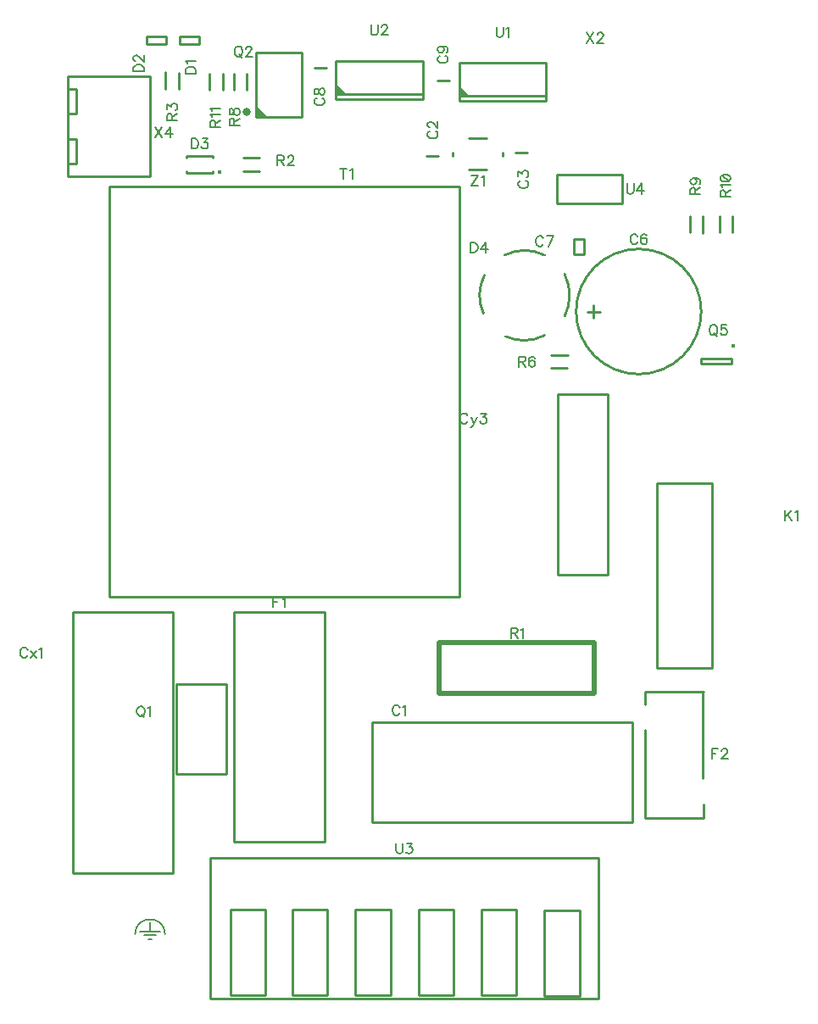
<source format=gto>
G04 DipTrace 2.4.0.2*
%INPanimon_kello_PCB.GTO*%
%MOMM*%
%ADD10C,0.25*%
%ADD17C,0.2*%
%ADD25O,0.399X0.4*%
%ADD33O,0.8X0.8*%
%ADD34O,0.391X0.392*%
%ADD36C,0.55*%
%ADD107C,0.157*%
%FSLAX53Y53*%
G04*
G71*
G90*
G75*
G01*
%LNTopSilk*%
%LPD*%
X22750Y28400D2*
D10*
X-3250D1*
Y18400D1*
X22750D1*
Y28400D1*
X3400Y84950D2*
X2200D1*
X11100Y85250D2*
X12300D1*
X29650Y69400D2*
G02X29650Y69400I-6250J0D01*
G01*
X18905Y68770D2*
Y70030D1*
X18275Y69400D2*
X19535D1*
X17950Y75100D2*
X16950D1*
Y76650D1*
X17950D1*
Y75100D1*
X-7800Y93750D2*
X-9000D1*
X3300Y92450D2*
X4500D1*
X-33100Y39350D2*
X-23100D1*
Y13350D1*
X-33100D1*
Y39350D1*
X15300Y43150D2*
X20300D1*
Y61150D1*
X15300D1*
Y43150D1*
X-22470Y96900D2*
X-20470D1*
Y96100D1*
X-22470D1*
Y96900D1*
X-25770D2*
X-23770D1*
Y96100D1*
X-25770D1*
Y96900D1*
X-19100Y83250D2*
X-21800D1*
Y83450D1*
Y84950D2*
Y84750D1*
D25*
X-18450Y83300D3*
X-21800Y84950D2*
D10*
X-19100D1*
Y84750D1*
Y83250D2*
Y83450D1*
X10000Y75018D2*
G02X14000Y75018I2000J-3745D01*
G01*
X16000Y73118D2*
G02X16000Y68918I-4156J-2100D01*
G01*
X14000Y67018D2*
G02X10100Y66918I-2052J3956D01*
G01*
X7900Y69218D2*
G02X8000Y73018I3851J1799D01*
G01*
X-17000Y16400D2*
X-8000D1*
Y39400D1*
X-17000D1*
Y16400D1*
X24000Y18850D2*
Y27650D1*
Y18850D2*
X29900D1*
X24000Y31450D2*
X29900D1*
X24000D2*
Y30150D1*
X29900Y18850D2*
Y20150D1*
X29800Y31450D2*
Y22750D1*
X30700Y33770D2*
X25200D1*
Y52270D1*
X30700D1*
Y33770D1*
X-17750Y32200D2*
X-22750D1*
Y23200D1*
X-17750D1*
Y32200D1*
X-14830Y95300D2*
X-10229D1*
Y88800D1*
X-14830D1*
Y95300D1*
D33*
X-15730Y89350D3*
G36*
X-14830Y88850D2*
X-13630D1*
X-14830Y90050D1*
Y89850D1*
Y88850D1*
G37*
D34*
X32884Y65974D3*
X32650Y64700D2*
D10*
X29650D1*
Y64200D1*
X32650D1*
Y64700D1*
X3500Y36300D2*
D36*
X19000D1*
Y31300D1*
X3500D1*
Y36300D1*
X-14450Y83450D2*
D10*
X-16100D1*
X-14450Y84750D2*
X-16050D1*
X-23850Y91650D2*
Y93300D1*
X-22550Y91650D2*
Y93250D1*
X14650Y65050D2*
X16300D1*
X14650Y63750D2*
X16250D1*
X-15750Y93150D2*
Y91500D1*
X-17050Y93150D2*
Y91550D1*
X29800Y78900D2*
Y77250D1*
X28500Y78900D2*
Y77300D1*
X31500D2*
Y78950D1*
X32800Y77300D2*
Y78900D1*
X-18150Y93150D2*
Y91500D1*
X-19450Y93150D2*
Y91550D1*
X-29501Y81900D2*
X5501D1*
Y40900D1*
X-29501D1*
Y81900D1*
X5460Y94250D2*
X14160D1*
Y90450D1*
X5460D1*
Y94250D1*
X5510Y90950D2*
X14110D1*
G36*
X5510D2*
Y91950D1*
X6510Y90950D1*
D1*
X5510D1*
G37*
X-6840Y94450D2*
D10*
X1860D1*
Y90650D1*
X-6840D1*
Y94450D1*
X-6790Y91150D2*
X1810D1*
G36*
X-6790D2*
Y92150D1*
X-5790Y91150D1*
D1*
X-6790D1*
G37*
X-19400Y800D2*
D10*
X19400D1*
Y14800D1*
X-19400D1*
Y800D1*
X-4900Y9700D2*
X-1401D1*
Y1100D1*
X-4900D1*
Y9700D1*
X1401D2*
X4900D1*
Y1100D1*
X1401D1*
Y9700D1*
X7702D2*
X11202D1*
Y1100D1*
X7702D1*
Y9700D1*
X13999Y9600D2*
X17499D1*
Y1000D1*
X13999D1*
Y9600D1*
X-11202Y9700D2*
X-7702D1*
Y1100D1*
X-11202D1*
Y9700D1*
X-17402D2*
X-13898D1*
Y1100D1*
X-17402D1*
Y9700D1*
X15250Y83100D2*
X21750D1*
Y80200D1*
X15250D1*
Y83100D1*
X-25400Y92900D2*
X-33600D1*
Y82900D1*
X-25400D1*
Y92900D1*
X-32800Y91600D2*
X-33600D1*
Y89200D1*
X-32800D1*
Y91600D1*
Y86600D2*
X-33600D1*
Y84200D1*
X-32800D1*
Y86600D1*
X6400Y86700D2*
X8200D1*
X6400Y83600D2*
X8200D1*
X9800Y85300D2*
Y84900D1*
X4800Y85300D2*
Y84900D1*
X-26900Y7200D2*
D17*
G02X-23900Y7200I1500J0D01*
G01*
X-26400Y7500D2*
X-24400D1*
X-26000Y7100D2*
X-24800D1*
X-25600Y6700D2*
X-25200D1*
X-25400Y8400D2*
Y7500D1*
X-464Y29845D2*
D107*
X-513Y29942D1*
X-610Y30040D1*
X-707Y30088D1*
X-901D1*
X-999Y30040D1*
X-1095Y29942D1*
X-1145Y29845D1*
X-1193Y29699D1*
Y29456D1*
X-1145Y29311D1*
X-1095Y29213D1*
X-999Y29116D1*
X-901Y29067D1*
X-707D1*
X-610Y29116D1*
X-513Y29213D1*
X-464Y29311D1*
X-151Y29892D2*
X-53Y29942D1*
X93Y30087D1*
Y29067D1*
X2555Y87417D2*
X2458Y87369D1*
X2360Y87271D1*
X2312Y87175D1*
Y86980D1*
X2360Y86883D1*
X2458Y86786D1*
X2555Y86737D1*
X2701Y86688D1*
X2944D1*
X3089Y86737D1*
X3187Y86786D1*
X3284Y86883D1*
X3333Y86980D1*
Y87175D1*
X3284Y87271D1*
X3187Y87369D1*
X3089Y87417D1*
X2556Y87780D2*
X2508D1*
X2410Y87829D1*
X2362Y87877D1*
X2313Y87975D1*
Y88169D1*
X2362Y88266D1*
X2410Y88314D1*
X2508Y88363D1*
X2604D1*
X2702Y88314D1*
X2847Y88217D1*
X3333Y87731D1*
Y88412D1*
X11605Y82467D2*
X11508Y82419D1*
X11410Y82321D1*
X11362Y82225D1*
Y82030D1*
X11410Y81933D1*
X11508Y81836D1*
X11605Y81787D1*
X11751Y81738D1*
X11994D1*
X12139Y81787D1*
X12237Y81836D1*
X12334Y81933D1*
X12383Y82030D1*
Y82225D1*
X12334Y82321D1*
X12237Y82419D1*
X12139Y82467D1*
X11363Y82879D2*
Y83412D1*
X11752Y83121D1*
Y83267D1*
X11800Y83364D1*
X11848Y83412D1*
X11994Y83462D1*
X12091D1*
X12237Y83412D1*
X12335Y83316D1*
X12383Y83170D1*
Y83024D1*
X12335Y82879D1*
X12285Y82830D1*
X12189Y82781D1*
X23292Y76895D2*
X23244Y76992D1*
X23146Y77090D1*
X23049Y77138D1*
X22855D1*
X22757Y77090D1*
X22661Y76992D1*
X22611Y76895D1*
X22563Y76749D1*
Y76506D1*
X22611Y76361D1*
X22661Y76263D1*
X22757Y76166D1*
X22855Y76117D1*
X23049D1*
X23146Y76166D1*
X23244Y76263D1*
X23292Y76361D1*
X24189Y76992D2*
X24140Y77088D1*
X23994Y77137D1*
X23898D1*
X23752Y77088D1*
X23654Y76942D1*
X23606Y76700D1*
Y76457D1*
X23654Y76263D1*
X23752Y76165D1*
X23898Y76117D1*
X23946D1*
X24091Y76165D1*
X24189Y76263D1*
X24237Y76409D1*
Y76457D1*
X24189Y76603D1*
X24091Y76700D1*
X23946Y76748D1*
X23898D1*
X23752Y76700D1*
X23654Y76603D1*
X23606Y76457D1*
X13867Y76695D2*
X13819Y76792D1*
X13721Y76890D1*
X13625Y76938D1*
X13430D1*
X13333Y76890D1*
X13236Y76792D1*
X13187Y76695D1*
X13138Y76549D1*
Y76306D1*
X13187Y76161D1*
X13236Y76063D1*
X13333Y75966D1*
X13430Y75917D1*
X13625D1*
X13721Y75966D1*
X13819Y76063D1*
X13867Y76161D1*
X14375Y75917D2*
X14862Y76937D1*
X14181D1*
X-8745Y90718D2*
X-8842Y90670D1*
X-8940Y90572D1*
X-8988Y90475D1*
Y90281D1*
X-8940Y90183D1*
X-8842Y90087D1*
X-8745Y90037D1*
X-8599Y89989D1*
X-8356D1*
X-8211Y90037D1*
X-8113Y90087D1*
X-8016Y90183D1*
X-7967Y90281D1*
Y90475D1*
X-8016Y90572D1*
X-8113Y90670D1*
X-8211Y90718D1*
X-8987Y91274D2*
X-8938Y91129D1*
X-8842Y91080D1*
X-8744D1*
X-8648Y91129D1*
X-8598Y91226D1*
X-8550Y91420D1*
X-8502Y91566D1*
X-8404Y91663D1*
X-8307Y91711D1*
X-8161D1*
X-8065Y91663D1*
X-8015Y91614D1*
X-7967Y91468D1*
Y91274D1*
X-8015Y91129D1*
X-8065Y91080D1*
X-8161Y91032D1*
X-8307D1*
X-8404Y91080D1*
X-8502Y91178D1*
X-8550Y91322D1*
X-8598Y91517D1*
X-8648Y91614D1*
X-8744Y91663D1*
X-8842D1*
X-8938Y91614D1*
X-8987Y91468D1*
Y91274D1*
X3555Y94941D2*
X3458Y94893D1*
X3360Y94795D1*
X3312Y94699D1*
Y94505D1*
X3360Y94407D1*
X3458Y94310D1*
X3555Y94261D1*
X3701Y94213D1*
X3944D1*
X4089Y94261D1*
X4187Y94310D1*
X4284Y94407D1*
X4333Y94505D1*
Y94699D1*
X4284Y94795D1*
X4187Y94893D1*
X4089Y94941D1*
X3652Y95887D2*
X3798Y95838D1*
X3896Y95741D1*
X3944Y95595D1*
Y95547D1*
X3896Y95401D1*
X3798Y95305D1*
X3652Y95255D1*
X3604D1*
X3458Y95305D1*
X3362Y95401D1*
X3313Y95547D1*
Y95595D1*
X3362Y95741D1*
X3458Y95838D1*
X3652Y95887D1*
X3896D1*
X4139Y95838D1*
X4285Y95741D1*
X4333Y95595D1*
Y95499D1*
X4285Y95353D1*
X4187Y95305D1*
X-37638Y35595D2*
X-37687Y35692D1*
X-37784Y35790D1*
X-37881Y35838D1*
X-38075D1*
X-38173Y35790D1*
X-38270Y35692D1*
X-38319Y35595D1*
X-38367Y35449D1*
Y35206D1*
X-38319Y35061D1*
X-38270Y34963D1*
X-38173Y34866D1*
X-38075Y34817D1*
X-37881D1*
X-37784Y34866D1*
X-37687Y34963D1*
X-37638Y35061D1*
X-37325Y35498D2*
X-36790Y34817D1*
Y35498D2*
X-37325Y34817D1*
X-36476Y35642D2*
X-36379Y35692D1*
X-36233Y35837D1*
Y34817D1*
X6294Y58995D2*
X6246Y59092D1*
X6148Y59190D1*
X6052Y59238D1*
X5857D1*
X5760Y59190D1*
X5663Y59092D1*
X5614Y58995D1*
X5565Y58849D1*
Y58606D1*
X5614Y58461D1*
X5663Y58363D1*
X5760Y58266D1*
X5857Y58217D1*
X6052D1*
X6148Y58266D1*
X6246Y58363D1*
X6294Y58461D1*
X6657Y58898D2*
X6948Y58217D1*
X6852Y58023D1*
X6754Y57925D1*
X6657Y57877D1*
X6608D1*
X7240Y58898D2*
X6948Y58217D1*
X7652Y59237D2*
X8185D1*
X7894Y58848D1*
X8040D1*
X8137Y58800D1*
X8185Y58752D1*
X8235Y58606D1*
Y58509D1*
X8185Y58363D1*
X8089Y58265D1*
X7943Y58217D1*
X7797D1*
X7652Y58265D1*
X7603Y58315D1*
X7554Y58411D1*
X-21858Y93181D2*
X-20837D1*
Y93521D1*
X-20886Y93667D1*
X-20983Y93765D1*
X-21081Y93813D1*
X-21226Y93862D1*
X-21469D1*
X-21615Y93813D1*
X-21712Y93765D1*
X-21810Y93667D1*
X-21858Y93521D1*
Y93181D1*
X-21662Y94175D2*
X-21712Y94273D1*
X-21857Y94419D1*
X-20837D1*
X-27058Y93363D2*
X-26037D1*
Y93703D1*
X-26086Y93849D1*
X-26183Y93947D1*
X-26281Y93995D1*
X-26426Y94043D1*
X-26669D1*
X-26815Y93995D1*
X-26912Y93947D1*
X-27010Y93849D1*
X-27058Y93703D1*
Y93363D1*
X-26814Y94406D2*
X-26862D1*
X-26960Y94455D1*
X-27008Y94503D1*
X-27057Y94601D1*
Y94795D1*
X-27008Y94891D1*
X-26960Y94940D1*
X-26862Y94989D1*
X-26766D1*
X-26668Y94940D1*
X-26523Y94843D1*
X-26037Y94357D1*
Y95037D1*
X-21287Y86688D2*
Y85667D1*
X-20947D1*
X-20801Y85716D1*
X-20703Y85813D1*
X-20655Y85911D1*
X-20607Y86056D1*
Y86299D1*
X-20655Y86445D1*
X-20703Y86542D1*
X-20801Y86640D1*
X-20947Y86688D1*
X-21287D1*
X-20195Y86687D2*
X-19662D1*
X-19953Y86298D1*
X-19807D1*
X-19710Y86250D1*
X-19662Y86202D1*
X-19613Y86056D1*
Y85959D1*
X-19662Y85813D1*
X-19759Y85715D1*
X-19905Y85667D1*
X-20051D1*
X-20195Y85715D1*
X-20244Y85765D1*
X-20293Y85861D1*
X6638Y76306D2*
Y75286D1*
X6979D1*
X7125Y75335D1*
X7222Y75432D1*
X7271Y75529D1*
X7319Y75674D1*
Y75918D1*
X7271Y76064D1*
X7222Y76160D1*
X7125Y76258D1*
X6979Y76306D1*
X6638D1*
X8119Y75286D2*
Y76305D1*
X7633Y75626D1*
X8362D1*
X-12463Y40888D2*
X-13095D1*
Y39867D1*
Y40402D2*
X-12706D1*
X-12149Y40692D2*
X-12051Y40742D1*
X-11905Y40887D1*
Y39867D1*
X31319Y25738D2*
X30687D1*
Y24717D1*
Y25252D2*
X31075D1*
X31682Y25494D2*
Y25542D1*
X31730Y25640D1*
X31779Y25688D1*
X31876Y25737D1*
X32071D1*
X32167Y25688D1*
X32216Y25640D1*
X32265Y25542D1*
Y25446D1*
X32216Y25348D1*
X32119Y25203D1*
X31633Y24717D1*
X32313D1*
X38031Y49558D2*
Y48537D1*
X38712Y49558D2*
X38031Y48877D1*
X38274Y49121D2*
X38712Y48537D1*
X39025Y49362D2*
X39123Y49412D1*
X39269Y49557D1*
Y48537D1*
X-26426Y29988D2*
X-26522Y29941D1*
X-26620Y29843D1*
X-26668Y29745D1*
X-26718Y29599D1*
Y29357D1*
X-26668Y29211D1*
X-26620Y29114D1*
X-26522Y29016D1*
X-26426Y28968D1*
X-26232D1*
X-26134Y29016D1*
X-26037Y29114D1*
X-25989Y29211D1*
X-25940Y29357D1*
Y29599D1*
X-25989Y29745D1*
X-26037Y29843D1*
X-26134Y29941D1*
X-26232Y29988D1*
X-26426D1*
X-26280Y29162D2*
X-25989Y28870D1*
X-25626Y29792D2*
X-25528Y29842D1*
X-25382Y29987D1*
Y28967D1*
X-16674Y95888D2*
X-16771Y95841D1*
X-16869Y95743D1*
X-16917Y95645D1*
X-16966Y95499D1*
Y95257D1*
X-16917Y95111D1*
X-16869Y95014D1*
X-16771Y94916D1*
X-16674Y94868D1*
X-16480D1*
X-16382Y94916D1*
X-16286Y95014D1*
X-16237Y95111D1*
X-16188Y95257D1*
Y95499D1*
X-16237Y95645D1*
X-16286Y95743D1*
X-16382Y95841D1*
X-16480Y95888D1*
X-16674D1*
X-16528Y95062D2*
X-16237Y94770D1*
X-15825Y95644D2*
Y95692D1*
X-15777Y95790D1*
X-15728Y95838D1*
X-15631Y95887D1*
X-15436D1*
X-15340Y95838D1*
X-15291Y95790D1*
X-15242Y95692D1*
Y95596D1*
X-15291Y95498D1*
X-15388Y95353D1*
X-15874Y94867D1*
X-15194D1*
X30770Y68057D2*
X30674Y68010D1*
X30576Y67912D1*
X30528Y67815D1*
X30478Y67669D1*
Y67426D1*
X30528Y67280D1*
X30576Y67184D1*
X30674Y67086D1*
X30770Y67038D1*
X30965D1*
X31062Y67086D1*
X31159Y67184D1*
X31207Y67280D1*
X31257Y67426D1*
Y67669D1*
X31207Y67815D1*
X31159Y67912D1*
X31062Y68010D1*
X30965Y68057D1*
X30770D1*
X30916Y67232D2*
X31207Y66940D1*
X32153Y68056D2*
X31668D1*
X31620Y67619D1*
X31668Y67668D1*
X31814Y67717D1*
X31959D1*
X32105Y67668D1*
X32203Y67571D1*
X32251Y67425D1*
Y67328D1*
X32203Y67182D1*
X32105Y67085D1*
X31959Y67036D1*
X31814D1*
X31668Y67085D1*
X31620Y67134D1*
X31570Y67231D1*
X10631Y37302D2*
X11068D1*
X11214Y37351D1*
X11263Y37399D1*
X11312Y37496D1*
Y37594D1*
X11263Y37690D1*
X11214Y37740D1*
X11068Y37788D1*
X10631D1*
Y36767D1*
X10971Y37302D2*
X11312Y36767D1*
X11625Y37592D2*
X11723Y37642D1*
X11869Y37787D1*
Y36767D1*
X-12687Y84502D2*
X-12251D1*
X-12105Y84551D1*
X-12055Y84599D1*
X-12007Y84696D1*
Y84794D1*
X-12055Y84890D1*
X-12105Y84940D1*
X-12251Y84988D1*
X-12687D1*
Y83967D1*
X-12347Y84502D2*
X-12007Y83967D1*
X-11644Y84744D2*
Y84792D1*
X-11595Y84890D1*
X-11547Y84938D1*
X-11449Y84987D1*
X-11255D1*
X-11159Y84938D1*
X-11110Y84890D1*
X-11061Y84792D1*
Y84696D1*
X-11110Y84598D1*
X-11207Y84453D1*
X-11693Y83967D1*
X-11013D1*
X-23202Y88513D2*
Y88949D1*
X-23251Y89095D1*
X-23299Y89145D1*
X-23396Y89193D1*
X-23494D1*
X-23590Y89145D1*
X-23640Y89095D1*
X-23688Y88949D1*
Y88513D1*
X-22667D1*
X-23202Y88853D2*
X-22667Y89193D1*
X-23687Y89605D2*
Y90138D1*
X-23298Y89847D1*
Y89993D1*
X-23250Y90090D1*
X-23202Y90138D1*
X-23056Y90187D1*
X-22959D1*
X-22813Y90138D1*
X-22715Y90041D1*
X-22667Y89895D1*
Y89749D1*
X-22715Y89605D1*
X-22765Y89556D1*
X-22861Y89507D1*
X11437Y64402D2*
X11874D1*
X12020Y64451D1*
X12070Y64499D1*
X12118Y64596D1*
Y64694D1*
X12070Y64790D1*
X12020Y64840D1*
X11874Y64888D1*
X11437D1*
Y63867D1*
X11778Y64402D2*
X12118Y63867D1*
X13014Y64742D2*
X12966Y64838D1*
X12820Y64887D1*
X12724D1*
X12578Y64838D1*
X12480Y64692D1*
X12432Y64450D1*
Y64207D1*
X12480Y64013D1*
X12578Y63915D1*
X12724Y63867D1*
X12772D1*
X12917Y63915D1*
X13014Y64013D1*
X13063Y64159D1*
Y64207D1*
X13014Y64353D1*
X12917Y64450D1*
X12772Y64498D1*
X12724D1*
X12578Y64450D1*
X12480Y64353D1*
X12432Y64207D1*
X-17002Y88013D2*
Y88450D1*
X-17051Y88596D1*
X-17099Y88645D1*
X-17196Y88694D1*
X-17294D1*
X-17390Y88645D1*
X-17440Y88596D1*
X-17488Y88450D1*
Y88013D1*
X-16467D1*
X-17002Y88353D2*
X-16467Y88694D1*
X-17487Y89250D2*
X-17438Y89105D1*
X-17342Y89056D1*
X-17244D1*
X-17148Y89105D1*
X-17098Y89202D1*
X-17050Y89396D1*
X-17002Y89542D1*
X-16904Y89639D1*
X-16807Y89687D1*
X-16661D1*
X-16565Y89639D1*
X-16515Y89590D1*
X-16467Y89444D1*
Y89250D1*
X-16515Y89105D1*
X-16565Y89056D1*
X-16661Y89007D1*
X-16807D1*
X-16904Y89056D1*
X-17002Y89153D1*
X-17050Y89298D1*
X-17098Y89493D1*
X-17148Y89590D1*
X-17244Y89639D1*
X-17342D1*
X-17438Y89590D1*
X-17487Y89444D1*
Y89250D1*
X29048Y81087D2*
Y81524D1*
X28999Y81670D1*
X28951Y81719D1*
X28854Y81767D1*
X28756D1*
X28660Y81719D1*
X28610Y81670D1*
X28562Y81524D1*
Y81087D1*
X29583D1*
X29048Y81427D2*
X29583Y81767D1*
X28902Y82713D2*
X29048Y82664D1*
X29146Y82567D1*
X29194Y82421D1*
Y82373D1*
X29146Y82227D1*
X29048Y82130D1*
X28902Y82081D1*
X28854D1*
X28708Y82130D1*
X28612Y82227D1*
X28563Y82373D1*
Y82421D1*
X28612Y82567D1*
X28708Y82664D1*
X28902Y82713D1*
X29146D1*
X29389Y82664D1*
X29535Y82567D1*
X29583Y82421D1*
Y82325D1*
X29535Y82179D1*
X29437Y82130D1*
X32048Y80834D2*
Y81271D1*
X31999Y81417D1*
X31951Y81466D1*
X31854Y81514D1*
X31756D1*
X31660Y81466D1*
X31610Y81417D1*
X31562Y81271D1*
Y80834D1*
X32583D1*
X32048Y81174D2*
X32583Y81514D1*
X31758Y81828D2*
X31708Y81926D1*
X31563Y82072D1*
X32583D1*
X31563Y82678D2*
X31612Y82532D1*
X31758Y82434D1*
X32000Y82386D1*
X32146D1*
X32389Y82434D1*
X32535Y82532D1*
X32583Y82678D1*
Y82774D1*
X32535Y82920D1*
X32389Y83017D1*
X32146Y83066D1*
X32000D1*
X31758Y83017D1*
X31612Y82920D1*
X31563Y82774D1*
Y82678D1*
X31758Y83017D2*
X32389Y82434D1*
X-18902Y87852D2*
Y88289D1*
X-18951Y88435D1*
X-18999Y88485D1*
X-19096Y88533D1*
X-19194D1*
X-19290Y88485D1*
X-19340Y88435D1*
X-19388Y88289D1*
Y87852D1*
X-18367D1*
X-18902Y88193D2*
X-18367Y88533D1*
X-19192Y88847D2*
X-19242Y88944D1*
X-19387Y89090D1*
X-18367D1*
X-19192Y89404D2*
X-19242Y89502D1*
X-19387Y89648D1*
X-18367D1*
X-6079Y83688D2*
Y82667D1*
X-6419Y83688D2*
X-5738D1*
X-5425Y83492D2*
X-5327Y83542D1*
X-5181Y83687D1*
Y82667D1*
X9191Y97838D2*
Y97109D1*
X9239Y96963D1*
X9337Y96866D1*
X9483Y96817D1*
X9580D1*
X9726Y96866D1*
X9823Y96963D1*
X9872Y97109D1*
Y97838D1*
X10185Y97642D2*
X10283Y97692D1*
X10429Y97837D1*
Y96817D1*
X-3327Y98038D2*
Y97309D1*
X-3279Y97163D1*
X-3181Y97066D1*
X-3035Y97017D1*
X-2939D1*
X-2793Y97066D1*
X-2695Y97163D1*
X-2647Y97309D1*
Y98038D1*
X-2284Y97794D2*
Y97842D1*
X-2235Y97940D1*
X-2187Y97988D1*
X-2089Y98037D1*
X-1895D1*
X-1799Y97988D1*
X-1750Y97940D1*
X-1701Y97842D1*
Y97746D1*
X-1750Y97648D1*
X-1847Y97503D1*
X-2333Y97017D1*
X-1653D1*
X-837Y16288D2*
Y15559D1*
X-789Y15413D1*
X-691Y15316D1*
X-545Y15267D1*
X-449D1*
X-303Y15316D1*
X-205Y15413D1*
X-157Y15559D1*
Y16288D1*
X255Y16287D2*
X788D1*
X497Y15898D1*
X643D1*
X740Y15850D1*
X788Y15802D1*
X837Y15656D1*
Y15559D1*
X788Y15413D1*
X691Y15315D1*
X545Y15267D1*
X399D1*
X255Y15315D1*
X206Y15365D1*
X157Y15461D1*
X22238Y82188D2*
Y81459D1*
X22287Y81313D1*
X22384Y81216D1*
X22530Y81167D1*
X22627D1*
X22773Y81216D1*
X22871Y81313D1*
X22919Y81459D1*
Y82188D1*
X23719Y81167D2*
Y82187D1*
X23233Y81507D1*
X23962D1*
X18228Y97258D2*
X18908Y96237D1*
Y97258D2*
X18228Y96237D1*
X19271Y97014D2*
Y97062D1*
X19320Y97160D1*
X19368Y97208D1*
X19466Y97257D1*
X19660D1*
X19756Y97208D1*
X19805Y97160D1*
X19854Y97062D1*
Y96966D1*
X19805Y96868D1*
X19708Y96723D1*
X19222Y96237D1*
X19902D1*
X-24862Y87788D2*
X-24181Y86767D1*
Y87788D2*
X-24862Y86767D1*
X-23381D2*
Y87787D1*
X-23867Y87107D1*
X-23138D1*
X6681Y82988D2*
X7362D1*
X6681Y81967D1*
X7362D1*
X7675Y82792D2*
X7773Y82842D1*
X7919Y82987D1*
Y81967D1*
M02*

</source>
